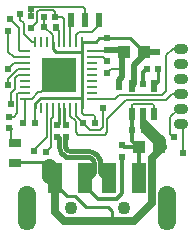
<source format=gtl>
G04*
G04 #@! TF.GenerationSoftware,Altium Limited,Altium Designer,20.1.8 (145)*
G04*
G04 Layer_Physical_Order=1*
G04 Layer_Color=255*
%FSLAX25Y25*%
%MOIN*%
G70*
G04*
G04 #@! TF.SameCoordinates,CA782F3F-0D54-4404-9751-EA5AB56DA471*
G04*
G04*
G04 #@! TF.FilePolarity,Positive*
G04*
G01*
G75*
%ADD12C,0.00600*%
%ADD13C,0.01000*%
%ADD16R,0.02362X0.01968*%
%ADD17O,0.00984X0.03740*%
%ADD18O,0.03740X0.00984*%
%ADD19R,0.11811X0.11811*%
%ADD20R,0.01968X0.02362*%
%ADD21R,0.01968X0.05118*%
%ADD22O,0.04724X0.03543*%
%ADD23R,0.02362X0.04331*%
%ADD24R,0.04331X0.03937*%
%ADD25R,0.03937X0.02756*%
%ADD26R,0.04724X0.09843*%
%ADD40C,0.01500*%
%ADD41C,0.02000*%
%ADD42C,0.02500*%
%ADD43C,0.01200*%
%ADD44C,0.01300*%
%ADD45C,0.04331*%
%ADD46O,0.06000X0.15000*%
%ADD47C,0.02400*%
D12*
X200880Y169067D02*
X202099Y167847D01*
X200880Y169067D02*
Y172320D01*
X201162Y172603D01*
X231400Y173200D02*
Y179500D01*
X230500Y172300D02*
X231400Y173200D01*
X227200Y172300D02*
X230500D01*
X224900Y174600D02*
X227200Y172300D01*
X234069Y192700D02*
X237732D01*
X232700Y191332D02*
X234069Y192700D01*
X212200Y186200D02*
X216600Y190600D01*
X215797Y206403D02*
X216600Y205600D01*
X215600Y206600D02*
X215797Y206403D01*
X210900Y184900D02*
X212200Y186200D01*
X209800Y184900D02*
X210900D01*
X207626Y182726D02*
X209800Y184900D01*
X205478Y182726D02*
X207626D01*
X204663Y174500D02*
X205478Y175315D01*
Y182726D01*
X253900Y171000D02*
X255050Y169850D01*
X253900Y176600D02*
X256600Y179300D01*
X253900Y171000D02*
Y176600D01*
X256600Y179300D02*
X257300D01*
X258000Y164500D02*
Y172800D01*
X258400Y173200D01*
X257400Y174200D02*
X258400Y173200D01*
X215568Y210000D02*
X217700D01*
X218568Y201722D02*
Y209132D01*
X217700Y210000D02*
X218568Y209132D01*
X225500Y209000D02*
Y212500D01*
X224600Y213400D02*
X225500Y212500D01*
X208300Y213400D02*
X224600D01*
X207401Y212501D02*
X208300Y213400D01*
X207401Y210136D02*
Y212501D01*
X211631Y206631D02*
X211663Y206600D01*
X211631Y206631D02*
Y210000D01*
X216600Y201722D02*
Y205600D01*
X215568Y210000D02*
Y211432D01*
X214700Y212300D02*
X215568Y211432D01*
X210100Y212300D02*
X214700D01*
X209500Y211700D02*
X210100Y212300D01*
X209500Y208299D02*
Y211700D01*
X207401Y206199D02*
X209500Y208299D01*
X237732Y197632D02*
X238300Y198200D01*
X252400Y197100D02*
X254600Y199300D01*
X251200Y183900D02*
X252400Y185100D01*
Y197100D01*
X254600Y199300D02*
X257300D01*
X236700Y183900D02*
X251200D01*
X214632Y176631D02*
Y179478D01*
X214000Y176000D02*
X214632Y176631D01*
X214000Y166500D02*
Y176000D01*
X212500Y165000D02*
X214000Y166500D01*
X208400Y165700D02*
X212663Y169963D01*
Y179478D01*
X208400Y165200D02*
Y165700D01*
X257300Y174300D02*
X257400Y174200D01*
X205000Y204400D02*
Y207814D01*
X203800Y209014D02*
Y210900D01*
Y209014D02*
X205000Y207814D01*
Y204400D02*
X207678Y201722D01*
X208726D01*
X203300Y199000D02*
Y206200D01*
X200400Y209100D02*
X203300Y206200D01*
Y199000D02*
X203826Y198474D01*
X205478D01*
X199900Y198300D02*
Y205400D01*
Y198300D02*
X201694Y196505D01*
X205478D01*
X199800Y187400D02*
Y189300D01*
X200900Y180800D02*
Y184700D01*
X200700Y180800D02*
X200900D01*
Y184700D02*
X202200Y186000D01*
X202700Y177800D02*
Y184300D01*
X203095Y184695D02*
X205478D01*
X202700Y184300D02*
X203095Y184695D01*
X201637Y176737D02*
X202700Y177800D01*
X202200Y186000D02*
Y189700D01*
X208600Y174500D02*
X208726Y174626D01*
Y179478D01*
X211663Y206600D02*
X211900D01*
X214632Y203869D01*
Y201722D02*
Y203869D01*
X228837Y174600D02*
Y176663D01*
X228300Y177200D02*
X228837Y176663D01*
X225200Y177200D02*
X228300D01*
X224474Y177926D02*
X225200Y177200D01*
X224474Y177926D02*
Y179478D01*
X199800Y192600D02*
X201737Y194537D01*
X205478D01*
X199800Y189300D02*
X203068Y192569D01*
X205478D01*
X203100Y190600D02*
X205478D01*
X202200Y189700D02*
X203100Y190600D01*
X200000Y176737D02*
X201637D01*
X200000Y172800D02*
X200965D01*
X201162Y172603D01*
X203453Y168447D02*
X203799D01*
X232174Y198474D02*
X232700Y199000D01*
X227722Y198474D02*
X232174D01*
X220537Y208761D02*
X220776Y209000D01*
X220537Y201722D02*
Y208761D01*
X230224Y207124D02*
Y209000D01*
X227900Y204800D02*
X230224Y207124D01*
X223400Y204800D02*
X227900D01*
X222505Y203906D02*
X223400Y204800D01*
X222505Y201722D02*
Y203906D01*
X231463Y196505D02*
X232700Y195268D01*
X227722Y196505D02*
X231463D01*
X232900Y176000D02*
X239224Y182324D01*
X254435Y184300D02*
X257300D01*
X239224Y182324D02*
X252460D01*
X235526Y182726D02*
X236700Y183900D01*
X252460Y182324D02*
X254435Y184300D01*
X227722Y182726D02*
X235526D01*
X240960Y177600D02*
Y180460D01*
X241500Y181000D01*
X247900D01*
X248440Y180460D01*
X232900Y171500D02*
Y176000D01*
X232100Y170700D02*
X232900Y171500D01*
X223200Y170700D02*
X232100D01*
X222300Y171600D02*
X223200Y170700D01*
X222505Y176995D02*
X224900Y174600D01*
X222505Y176995D02*
Y179478D01*
X220537Y177063D02*
X222300Y175300D01*
Y171600D02*
Y175300D01*
X220537Y177063D02*
Y179478D01*
X248440Y177600D02*
Y180460D01*
D13*
X218568Y174600D02*
X219200Y173969D01*
X216200D02*
X216600Y174369D01*
X208726Y179478D02*
Y180840D01*
X209202Y181316D01*
Y181474D01*
X210628Y182900D01*
X224474D01*
X210946Y161754D02*
X212000Y160700D01*
X203799Y161754D02*
X210946D01*
X234500Y141800D02*
Y145300D01*
X233100Y146700D02*
X234500Y145300D01*
X225700Y146700D02*
X233100D01*
X222100Y150300D02*
X225700Y146700D01*
X219300Y150300D02*
X222100D01*
X215390Y154210D02*
X219300Y150300D01*
X215390Y154210D02*
Y156174D01*
X249869Y188478D02*
Y192700D01*
X248440Y187049D02*
X249869Y188478D01*
X240256Y202937D02*
X244993Y198200D01*
X232700Y202937D02*
X240256D01*
X230137D02*
X232700D01*
X228922Y201722D02*
X230137Y202937D01*
X224474Y201722D02*
X228922D01*
X224474Y182900D02*
Y198400D01*
Y179478D02*
Y182900D01*
Y198400D02*
Y201722D01*
X224374Y198300D02*
X224474Y198400D01*
X215600Y198300D02*
X224374D01*
X214632Y199268D02*
X215600Y198300D01*
X214632Y199268D02*
Y201722D01*
X218568Y174600D02*
Y179478D01*
X216600Y174369D02*
Y179478D01*
D16*
X211663Y206600D02*
D03*
X215600D02*
D03*
X211631Y210000D02*
D03*
X215568D02*
D03*
X249869Y192700D02*
D03*
X245932D02*
D03*
X208600Y174500D02*
D03*
X204663D02*
D03*
X228837Y174600D02*
D03*
X224900D02*
D03*
X241231Y172400D02*
D03*
X245168D02*
D03*
X241669Y192700D02*
D03*
X237732D02*
D03*
D17*
X224474Y201722D02*
D03*
X222505D02*
D03*
X220537D02*
D03*
X218568D02*
D03*
X216600D02*
D03*
X214632D02*
D03*
X212663D02*
D03*
X210695D02*
D03*
X208726D02*
D03*
Y179478D02*
D03*
X210695D02*
D03*
X212663D02*
D03*
X214632D02*
D03*
X216600D02*
D03*
X218568D02*
D03*
X220537D02*
D03*
X222505D02*
D03*
X224474D02*
D03*
D18*
X205478Y198474D02*
D03*
Y196505D02*
D03*
Y194537D02*
D03*
Y192569D02*
D03*
Y190600D02*
D03*
Y188631D02*
D03*
Y186663D02*
D03*
Y184695D02*
D03*
Y182726D02*
D03*
X227722D02*
D03*
Y184695D02*
D03*
Y186663D02*
D03*
Y188631D02*
D03*
Y190600D02*
D03*
Y192569D02*
D03*
Y194537D02*
D03*
Y196505D02*
D03*
Y198474D02*
D03*
D19*
X216600Y190600D02*
D03*
D20*
X207401Y206199D02*
D03*
Y210136D02*
D03*
X232700Y191332D02*
D03*
Y195268D02*
D03*
X232700Y202937D02*
D03*
Y199000D02*
D03*
X200000Y176737D02*
D03*
Y172800D02*
D03*
X219200Y173969D02*
D03*
Y170031D02*
D03*
X216200Y173969D02*
D03*
Y170031D02*
D03*
X237900Y167168D02*
D03*
Y163232D02*
D03*
D21*
X220776Y209000D02*
D03*
X230224D02*
D03*
X225500Y209000D02*
D03*
D22*
X257300Y199300D02*
D03*
Y189300D02*
D03*
Y174300D02*
D03*
Y179300D02*
D03*
Y184300D02*
D03*
Y194300D02*
D03*
D23*
X240960Y187049D02*
D03*
X248440D02*
D03*
Y177600D02*
D03*
X244700D02*
D03*
X240960D02*
D03*
D24*
X238300Y198200D02*
D03*
X244993D02*
D03*
X250046Y166500D02*
D03*
X243354D02*
D03*
D25*
X202099Y167847D02*
D03*
Y161154D02*
D03*
D26*
X215390Y156174D02*
D03*
X225453D02*
D03*
X233327D02*
D03*
X243390D02*
D03*
D40*
X225453D02*
X226360Y156318D01*
X227179Y156735D01*
X227829Y157385D01*
X228246Y158203D01*
X228390Y159111D01*
X216800Y169431D02*
X216200Y170031D01*
X216800Y166600D02*
X216971Y165518D01*
X217468Y164543D01*
X218243Y163768D01*
X219218Y163271D01*
X220300Y163100D01*
X228390Y161400D02*
X228162Y162250D01*
X227540Y162872D01*
X226690Y163100D01*
X219200Y170031D02*
X218800Y169632D01*
Y166600D02*
X219239Y165539D01*
X220300Y165100D01*
X230390Y161400D02*
X230264Y162358D01*
X229894Y163250D01*
X229306Y164016D01*
X228540Y164604D01*
X227647Y164974D01*
X226690Y165100D01*
X230390Y159111D02*
X230534Y158203D01*
X230951Y157385D01*
X231600Y156735D01*
X232419Y156318D01*
X233327Y156174D01*
X216800Y166600D02*
Y169431D01*
X220300Y163100D02*
X226690D01*
X228390Y159111D02*
Y161400D01*
X218800Y166600D02*
Y169632D01*
X220300Y165100D02*
X226690D01*
X230390Y159111D02*
Y161400D01*
D41*
X250511Y167057D02*
X251021Y166546D01*
X214822Y156742D02*
X215390Y156174D01*
X214732Y157968D02*
X215390Y157310D01*
X234532Y199000D02*
X237500D01*
X232700D02*
X234532D01*
X237500D02*
X238300Y198200D01*
X245168Y172400D02*
X250511Y167057D01*
X244700Y175300D02*
X244800D01*
X244700D02*
Y177600D01*
Y172868D02*
Y175300D01*
X244800D02*
X247700Y172400D01*
X251300Y166546D02*
Y168800D01*
X247700Y172400D02*
X251300Y168800D01*
X245168Y172400D02*
X247700D01*
X237732Y192700D02*
Y197632D01*
Y189932D02*
Y192700D01*
X236600Y188800D02*
X237732Y189932D01*
X236600Y186600D02*
Y188800D01*
X212000Y156400D02*
X213000Y155400D01*
X212000Y156400D02*
Y157400D01*
X215390Y157310D02*
Y160310D01*
X214000Y161700D02*
X215390Y160310D01*
X213000Y161700D02*
X214000D01*
X212000Y160700D02*
X213000Y161700D01*
X212000Y157400D02*
Y160700D01*
X214164Y157400D02*
X214822Y156742D01*
X212000Y157400D02*
X214164D01*
X215390Y156174D02*
Y157310D01*
X212000Y160700D02*
X214732Y157968D01*
X244993Y197393D02*
X245700Y198100D01*
X249300D01*
X241669Y194069D02*
X244993Y197393D01*
X241669Y192700D02*
Y194069D01*
Y187758D02*
Y192700D01*
X240960Y187049D02*
X241669Y187758D01*
D42*
X250650Y165896D02*
X251300Y166546D01*
X247800Y163047D02*
X250650Y165896D01*
X234500Y141800D02*
X241800D01*
X218400D02*
X234500D01*
X215390Y144810D02*
Y154210D01*
X247800Y147800D02*
Y163047D01*
X241800Y141800D02*
X247800Y147800D01*
X215390Y144810D02*
X218400Y141800D01*
D43*
X251021Y166546D02*
X251300D01*
X250093D02*
X251021D01*
X244781Y187489D02*
Y191550D01*
X245932Y192700D01*
X250046Y166500D02*
X250093Y166546D01*
X241200Y172400D02*
Y177360D01*
Y168600D02*
Y172400D01*
X243300Y166500D02*
X243354D01*
X241200Y168600D02*
X243300Y166500D01*
X243390Y156174D02*
Y166510D01*
X238568Y166500D02*
X243354D01*
X237900Y167168D02*
X238568Y166500D01*
X250000Y166546D02*
X250046Y166500D01*
X244700Y172868D02*
X245168Y172400D01*
X240960Y177600D02*
X241200Y177360D01*
D44*
X225453Y153547D02*
Y156174D01*
Y153547D02*
X229600Y149400D01*
X236000D01*
X237900Y151300D01*
Y163232D01*
D45*
X238300Y146300D02*
D03*
X220584D02*
D03*
D46*
X252670D02*
D03*
X206213D02*
D03*
D47*
X231400Y179500D02*
D03*
X207401Y212501D02*
D03*
X234532Y199000D02*
D03*
X225500Y209000D02*
D03*
X245168Y172400D02*
D03*
X251300Y166546D02*
D03*
X255050Y169850D02*
D03*
X258000Y164500D02*
D03*
X216600Y188631D02*
D03*
Y192569D02*
D03*
X221000Y186200D02*
D03*
X212200D02*
D03*
X221100Y195100D02*
D03*
X212100Y195000D02*
D03*
X215797Y206403D02*
D03*
X244781Y187489D02*
D03*
X236600Y186600D02*
D03*
X244700Y177600D02*
D03*
X257300Y189300D02*
D03*
X212000Y157400D02*
D03*
Y160700D02*
D03*
X249300Y198100D02*
D03*
X257300Y194300D02*
D03*
X212500Y165000D02*
D03*
X208400Y165200D02*
D03*
X203800Y210900D02*
D03*
X200400Y209100D02*
D03*
X199900Y205400D02*
D03*
X199800Y187400D02*
D03*
X200700Y180800D02*
D03*
X199800Y192600D02*
D03*
M02*

</source>
